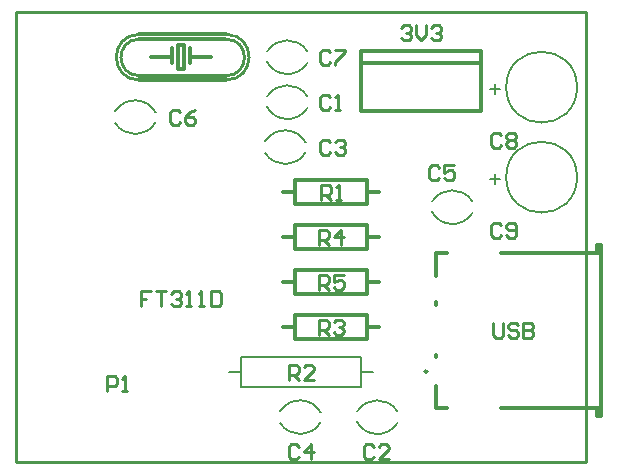
<source format=gto>
%FSLAX25Y25*%
%MOIN*%
G70*
G01*
G75*
G04 Layer_Color=65535*
%ADD10R,0.01400X0.06500*%
%ADD11R,0.06500X0.01400*%
%ADD12C,0.01400*%
%ADD13C,0.02000*%
%ADD14C,0.01000*%
%ADD15R,0.03000X0.03000*%
G04:AMPARAMS|DCode=16|XSize=60mil|YSize=100mil|CornerRadius=0mil|HoleSize=0mil|Usage=FLASHONLY|Rotation=180.000|XOffset=0mil|YOffset=0mil|HoleType=Round|Shape=Octagon|*
%AMOCTAGOND16*
4,1,8,0.01500,-0.05000,-0.01500,-0.05000,-0.03000,-0.03500,-0.03000,0.03500,-0.01500,0.05000,0.01500,0.05000,0.03000,0.03500,0.03000,-0.03500,0.01500,-0.05000,0.0*
%
%ADD16OCTAGOND16*%

%ADD17C,0.14961*%
%ADD18R,0.08000X0.06000*%
G04:AMPARAMS|DCode=19|XSize=55mil|YSize=120mil|CornerRadius=0mil|HoleSize=0mil|Usage=FLASHONLY|Rotation=0.000|XOffset=0mil|YOffset=0mil|HoleType=Round|Shape=Octagon|*
%AMOCTAGOND19*
4,1,8,-0.01375,0.06000,0.01375,0.06000,0.02750,0.04625,0.02750,-0.04625,0.01375,-0.06000,-0.01375,-0.06000,-0.02750,-0.04625,-0.02750,0.04625,-0.01375,0.06000,0.0*
%
%ADD19OCTAGOND19*%

%ADD20R,0.06500X0.06500*%
%ADD21C,0.00787*%
%ADD22C,0.00984*%
%ADD23C,0.00591*%
D12*
X767000Y501000D02*
Y509000D01*
X743000Y501000D02*
X767000D01*
X743000D02*
Y509000D01*
X767000D01*
Y505000D02*
X771000D01*
X739000D02*
X743000D01*
X767000Y531000D02*
Y539000D01*
X743000Y531000D02*
X767000D01*
X743000D02*
Y539000D01*
X767000D01*
Y535000D02*
X771000D01*
X739000D02*
X743000D01*
X767000Y516000D02*
Y524000D01*
X743000Y516000D02*
X767000D01*
X743000D02*
Y524000D01*
X767000D01*
Y520000D02*
X771000D01*
X739000D02*
X743000D01*
X843740Y475457D02*
Y478154D01*
Y475457D02*
X845000D01*
Y478154D01*
X789882D02*
Y485496D01*
Y494945D02*
Y495772D01*
Y512228D02*
Y513488D01*
Y522071D02*
Y529846D01*
X811614D02*
X845000D01*
X789882D02*
X793504D01*
X811614Y478154D02*
X845000D01*
X789882D02*
X793504D01*
X845000D02*
Y529846D01*
X843740D02*
Y532543D01*
X845000D01*
Y529846D02*
Y532543D01*
X743000Y546000D02*
Y554000D01*
X767000D01*
Y546000D02*
Y554000D01*
X743000Y546000D02*
X767000D01*
X739000Y550000D02*
X743000D01*
X767000D02*
X771000D01*
X691000Y601000D02*
X719662D01*
X691000Y588834D02*
X720000D01*
X691000Y602616D02*
X720000D01*
X691000Y587384D02*
X720000D01*
X704000Y591000D02*
Y599000D01*
Y591000D02*
X706000D01*
Y599000D01*
X704000D02*
X706000D01*
X702000Y593000D02*
Y598000D01*
X708000Y593000D02*
Y598000D01*
X695000Y595000D02*
X702000D01*
X708000D02*
X715000D01*
X765000Y577000D02*
Y595000D01*
Y577000D02*
X805000D01*
Y595000D01*
X765000Y593000D02*
X805000D01*
X765000Y595000D02*
Y597000D01*
X805000D01*
Y595000D02*
Y597000D01*
D14*
X691000Y601000D02*
G03*
X691000Y588834I0J-6083D01*
G01*
X720000D02*
G03*
X720000Y601000I0J6083D01*
G01*
X691000Y602616D02*
G03*
X691000Y587384I0J-7616D01*
G01*
X720000D02*
G03*
X720000Y602616I0J7616D01*
G01*
X650000Y610000D02*
X840000D01*
Y460000D02*
Y610000D01*
X650000Y460000D02*
X840000D01*
X650000D02*
Y610000D01*
X809000Y506498D02*
Y502333D01*
X809833Y501500D01*
X811499D01*
X812332Y502333D01*
Y506498D01*
X817331Y505665D02*
X816498Y506498D01*
X814831D01*
X813998Y505665D01*
Y504832D01*
X814831Y503999D01*
X816498D01*
X817331Y503166D01*
Y502333D01*
X816498Y501500D01*
X814831D01*
X813998Y502333D01*
X818997Y506498D02*
Y501500D01*
X821496D01*
X822329Y502333D01*
Y503166D01*
X821496Y503999D01*
X818997D01*
X821496D01*
X822329Y504832D01*
Y505665D01*
X821496Y506498D01*
X818997D01*
X750800Y517500D02*
Y522498D01*
X753299D01*
X754132Y521665D01*
Y519999D01*
X753299Y519166D01*
X750800D01*
X752466D02*
X754132Y517500D01*
X759131Y522498D02*
X755798D01*
Y519999D01*
X757465Y520832D01*
X758298D01*
X759131Y519999D01*
Y518333D01*
X758298Y517500D01*
X756631D01*
X755798Y518333D01*
X750800Y532500D02*
Y537498D01*
X753299D01*
X754132Y536665D01*
Y534999D01*
X753299Y534166D01*
X750800D01*
X752466D02*
X754132Y532500D01*
X758298D02*
Y537498D01*
X755798Y534999D01*
X759131D01*
X750800Y502500D02*
Y507498D01*
X753299D01*
X754132Y506665D01*
Y504999D01*
X753299Y504166D01*
X750800D01*
X752466D02*
X754132Y502500D01*
X755798Y506665D02*
X756631Y507498D01*
X758298D01*
X759131Y506665D01*
Y505832D01*
X758298Y504999D01*
X757465D01*
X758298D01*
X759131Y504166D01*
Y503333D01*
X758298Y502500D01*
X756631D01*
X755798Y503333D01*
X740800Y487500D02*
Y492498D01*
X743299D01*
X744132Y491665D01*
Y489999D01*
X743299Y489166D01*
X740800D01*
X742466D02*
X744132Y487500D01*
X749131D02*
X745798D01*
X749131Y490832D01*
Y491665D01*
X748298Y492498D01*
X746631D01*
X745798Y491665D01*
X751700Y547500D02*
Y552498D01*
X754199D01*
X755032Y551665D01*
Y549999D01*
X754199Y549166D01*
X751700D01*
X753366D02*
X755032Y547500D01*
X756698D02*
X758364D01*
X757531D01*
Y552498D01*
X756698Y551665D01*
X680300Y483700D02*
Y488698D01*
X682799D01*
X683632Y487865D01*
Y486199D01*
X682799Y485366D01*
X680300D01*
X685298Y483700D02*
X686965D01*
X686131D01*
Y488698D01*
X685298Y487865D01*
X695032Y516998D02*
X691700D01*
Y514499D01*
X693366D01*
X691700D01*
Y512000D01*
X696698Y516998D02*
X700031D01*
X698364D01*
Y512000D01*
X701697Y516165D02*
X702530Y516998D01*
X704196D01*
X705029Y516165D01*
Y515332D01*
X704196Y514499D01*
X703363D01*
X704196D01*
X705029Y513666D01*
Y512833D01*
X704196Y512000D01*
X702530D01*
X701697Y512833D01*
X706695Y512000D02*
X708361D01*
X707528D01*
Y516998D01*
X706695Y516165D01*
X710860Y512000D02*
X712527D01*
X711693D01*
Y516998D01*
X710860Y516165D01*
X715026Y516998D02*
Y512000D01*
X717525D01*
X718358Y512833D01*
Y516165D01*
X717525Y516998D01*
X715026D01*
X811732Y538965D02*
X810899Y539798D01*
X809233D01*
X808400Y538965D01*
Y535633D01*
X809233Y534800D01*
X810899D01*
X811732Y535633D01*
X813398D02*
X814231Y534800D01*
X815898D01*
X816731Y535633D01*
Y538965D01*
X815898Y539798D01*
X814231D01*
X813398Y538965D01*
Y538132D01*
X814231Y537299D01*
X816731D01*
X811732Y568965D02*
X810899Y569798D01*
X809233D01*
X808400Y568965D01*
Y565633D01*
X809233Y564800D01*
X810899D01*
X811732Y565633D01*
X813398Y568965D02*
X814231Y569798D01*
X815898D01*
X816731Y568965D01*
Y568132D01*
X815898Y567299D01*
X816731Y566466D01*
Y565633D01*
X815898Y564800D01*
X814231D01*
X813398Y565633D01*
Y566466D01*
X814231Y567299D01*
X813398Y568132D01*
Y568965D01*
X814231Y567299D02*
X815898D01*
X754732Y596665D02*
X753899Y597498D01*
X752233D01*
X751400Y596665D01*
Y593333D01*
X752233Y592500D01*
X753899D01*
X754732Y593333D01*
X756398Y597498D02*
X759731D01*
Y596665D01*
X756398Y593333D01*
Y592500D01*
X704732Y576665D02*
X703899Y577498D01*
X702233D01*
X701400Y576665D01*
Y573333D01*
X702233Y572500D01*
X703899D01*
X704732Y573333D01*
X709731Y577498D02*
X708065Y576665D01*
X706398Y574999D01*
Y573333D01*
X707231Y572500D01*
X708898D01*
X709731Y573333D01*
Y574166D01*
X708898Y574999D01*
X706398D01*
X790932Y558165D02*
X790099Y558998D01*
X788433D01*
X787600Y558165D01*
Y554833D01*
X788433Y554000D01*
X790099D01*
X790932Y554833D01*
X795931Y558998D02*
X792598D01*
Y556499D01*
X794265Y557332D01*
X795098D01*
X795931Y556499D01*
Y554833D01*
X795098Y554000D01*
X793431D01*
X792598Y554833D01*
X744132Y465165D02*
X743299Y465998D01*
X741633D01*
X740800Y465165D01*
Y461833D01*
X741633Y461000D01*
X743299D01*
X744132Y461833D01*
X748298Y461000D02*
Y465998D01*
X745798Y463499D01*
X749131D01*
X754732Y566665D02*
X753899Y567498D01*
X752233D01*
X751400Y566665D01*
Y563333D01*
X752233Y562500D01*
X753899D01*
X754732Y563333D01*
X756398Y566665D02*
X757231Y567498D01*
X758898D01*
X759731Y566665D01*
Y565832D01*
X758898Y564999D01*
X758065D01*
X758898D01*
X759731Y564166D01*
Y563333D01*
X758898Y562500D01*
X757231D01*
X756398Y563333D01*
X769132Y465165D02*
X768299Y465998D01*
X766633D01*
X765800Y465165D01*
Y461833D01*
X766633Y461000D01*
X768299D01*
X769132Y461833D01*
X774131Y461000D02*
X770798D01*
X774131Y464332D01*
Y465165D01*
X773298Y465998D01*
X771631D01*
X770798Y465165D01*
X754732Y581665D02*
X753899Y582498D01*
X752233D01*
X751400Y581665D01*
Y578333D01*
X752233Y577500D01*
X753899D01*
X754732Y578333D01*
X756398Y577500D02*
X758065D01*
X757231D01*
Y582498D01*
X756398Y581665D01*
X778300Y604865D02*
X779133Y605698D01*
X780799D01*
X781632Y604865D01*
Y604032D01*
X780799Y603199D01*
X779966D01*
X780799D01*
X781632Y602366D01*
Y601533D01*
X780799Y600700D01*
X779133D01*
X778300Y601533D01*
X783298Y605698D02*
Y602366D01*
X784965Y600700D01*
X786631Y602366D01*
Y605698D01*
X788297Y604865D02*
X789130Y605698D01*
X790796D01*
X791629Y604865D01*
Y604032D01*
X790796Y603199D01*
X789963D01*
X790796D01*
X791629Y602366D01*
Y601533D01*
X790796Y600700D01*
X789130D01*
X788297Y601533D01*
D21*
X788500Y543500D02*
G03*
X802057Y543031I6917J3763D01*
G01*
X802000Y547000D02*
G03*
X788659Y546902I-6640J-4232D01*
G01*
X763500Y473500D02*
G03*
X777057Y473031I6917J3763D01*
G01*
X777000Y477000D02*
G03*
X763659Y476902I-6640J-4232D01*
G01*
X751500Y476500D02*
G03*
X737944Y476969I-6917J-3763D01*
G01*
X738000Y473000D02*
G03*
X751341Y473098I6640J4232D01*
G01*
X836937Y585000D02*
G03*
X836937Y585000I-11811J0D01*
G01*
Y555000D02*
G03*
X836937Y555000I-11811J0D01*
G01*
X733500Y578500D02*
G03*
X747056Y578031I6917J3763D01*
G01*
X747000Y582000D02*
G03*
X733659Y581902I-6640J-4232D01*
G01*
X746500Y566500D02*
G03*
X732943Y566969I-6917J-3763D01*
G01*
X733000Y563000D02*
G03*
X746341Y563098I6640J4232D01*
G01*
X733500Y593500D02*
G03*
X747056Y593031I6917J3763D01*
G01*
X747000Y597000D02*
G03*
X733659Y596902I-6640J-4232D01*
G01*
X696500Y576500D02*
G03*
X682943Y576969I-6917J-3763D01*
G01*
X683000Y573000D02*
G03*
X696341Y573098I6640J4232D01*
G01*
X725000Y485000D02*
X765000D01*
X725000D02*
Y495000D01*
X765000D01*
Y485000D02*
Y495000D01*
Y490000D02*
X769000D01*
X721000D02*
X725000D01*
D22*
X787067Y490220D02*
G03*
X787067Y490220I-492J0D01*
G01*
D23*
X808000Y584499D02*
X811332D01*
X809666Y586165D02*
Y582833D01*
X808000Y554499D02*
X811332D01*
X809666Y556165D02*
Y552833D01*
M02*

</source>
